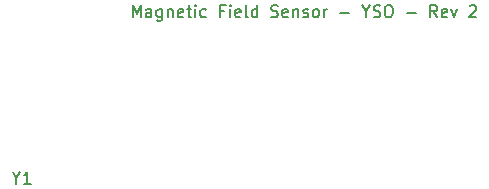
<source format=gbr>
%TF.GenerationSoftware,KiCad,Pcbnew,(5.1.5-0-10_14)*%
%TF.CreationDate,2021-01-27T12:26:26-07:00*%
%TF.ProjectId,FieldSensorYSO,4669656c-6453-4656-9e73-6f7259534f2e,2*%
%TF.SameCoordinates,Original*%
%TF.FileFunction,Legend,Top*%
%TF.FilePolarity,Positive*%
%FSLAX46Y46*%
G04 Gerber Fmt 4.6, Leading zero omitted, Abs format (unit mm)*
G04 Created by KiCad (PCBNEW (5.1.5-0-10_14)) date 2021-01-27 12:26:26*
%MOMM*%
%LPD*%
G04 APERTURE LIST*
%ADD10C,0.150000*%
G04 APERTURE END LIST*
D10*
X106476190Y-98452380D02*
X106476190Y-97452380D01*
X106809523Y-98166666D01*
X107142857Y-97452380D01*
X107142857Y-98452380D01*
X108047619Y-98452380D02*
X108047619Y-97928571D01*
X108000000Y-97833333D01*
X107904761Y-97785714D01*
X107714285Y-97785714D01*
X107619047Y-97833333D01*
X108047619Y-98404761D02*
X107952380Y-98452380D01*
X107714285Y-98452380D01*
X107619047Y-98404761D01*
X107571428Y-98309523D01*
X107571428Y-98214285D01*
X107619047Y-98119047D01*
X107714285Y-98071428D01*
X107952380Y-98071428D01*
X108047619Y-98023809D01*
X108952380Y-97785714D02*
X108952380Y-98595238D01*
X108904761Y-98690476D01*
X108857142Y-98738095D01*
X108761904Y-98785714D01*
X108619047Y-98785714D01*
X108523809Y-98738095D01*
X108952380Y-98404761D02*
X108857142Y-98452380D01*
X108666666Y-98452380D01*
X108571428Y-98404761D01*
X108523809Y-98357142D01*
X108476190Y-98261904D01*
X108476190Y-97976190D01*
X108523809Y-97880952D01*
X108571428Y-97833333D01*
X108666666Y-97785714D01*
X108857142Y-97785714D01*
X108952380Y-97833333D01*
X109428571Y-97785714D02*
X109428571Y-98452380D01*
X109428571Y-97880952D02*
X109476190Y-97833333D01*
X109571428Y-97785714D01*
X109714285Y-97785714D01*
X109809523Y-97833333D01*
X109857142Y-97928571D01*
X109857142Y-98452380D01*
X110714285Y-98404761D02*
X110619047Y-98452380D01*
X110428571Y-98452380D01*
X110333333Y-98404761D01*
X110285714Y-98309523D01*
X110285714Y-97928571D01*
X110333333Y-97833333D01*
X110428571Y-97785714D01*
X110619047Y-97785714D01*
X110714285Y-97833333D01*
X110761904Y-97928571D01*
X110761904Y-98023809D01*
X110285714Y-98119047D01*
X111047619Y-97785714D02*
X111428571Y-97785714D01*
X111190476Y-97452380D02*
X111190476Y-98309523D01*
X111238095Y-98404761D01*
X111333333Y-98452380D01*
X111428571Y-98452380D01*
X111761904Y-98452380D02*
X111761904Y-97785714D01*
X111761904Y-97452380D02*
X111714285Y-97500000D01*
X111761904Y-97547619D01*
X111809523Y-97500000D01*
X111761904Y-97452380D01*
X111761904Y-97547619D01*
X112666666Y-98404761D02*
X112571428Y-98452380D01*
X112380952Y-98452380D01*
X112285714Y-98404761D01*
X112238095Y-98357142D01*
X112190476Y-98261904D01*
X112190476Y-97976190D01*
X112238095Y-97880952D01*
X112285714Y-97833333D01*
X112380952Y-97785714D01*
X112571428Y-97785714D01*
X112666666Y-97833333D01*
X114190476Y-97928571D02*
X113857142Y-97928571D01*
X113857142Y-98452380D02*
X113857142Y-97452380D01*
X114333333Y-97452380D01*
X114714285Y-98452380D02*
X114714285Y-97785714D01*
X114714285Y-97452380D02*
X114666666Y-97500000D01*
X114714285Y-97547619D01*
X114761904Y-97500000D01*
X114714285Y-97452380D01*
X114714285Y-97547619D01*
X115571428Y-98404761D02*
X115476190Y-98452380D01*
X115285714Y-98452380D01*
X115190476Y-98404761D01*
X115142857Y-98309523D01*
X115142857Y-97928571D01*
X115190476Y-97833333D01*
X115285714Y-97785714D01*
X115476190Y-97785714D01*
X115571428Y-97833333D01*
X115619047Y-97928571D01*
X115619047Y-98023809D01*
X115142857Y-98119047D01*
X116190476Y-98452380D02*
X116095238Y-98404761D01*
X116047619Y-98309523D01*
X116047619Y-97452380D01*
X117000000Y-98452380D02*
X117000000Y-97452380D01*
X117000000Y-98404761D02*
X116904761Y-98452380D01*
X116714285Y-98452380D01*
X116619047Y-98404761D01*
X116571428Y-98357142D01*
X116523809Y-98261904D01*
X116523809Y-97976190D01*
X116571428Y-97880952D01*
X116619047Y-97833333D01*
X116714285Y-97785714D01*
X116904761Y-97785714D01*
X117000000Y-97833333D01*
X118190476Y-98404761D02*
X118333333Y-98452380D01*
X118571428Y-98452380D01*
X118666666Y-98404761D01*
X118714285Y-98357142D01*
X118761904Y-98261904D01*
X118761904Y-98166666D01*
X118714285Y-98071428D01*
X118666666Y-98023809D01*
X118571428Y-97976190D01*
X118380952Y-97928571D01*
X118285714Y-97880952D01*
X118238095Y-97833333D01*
X118190476Y-97738095D01*
X118190476Y-97642857D01*
X118238095Y-97547619D01*
X118285714Y-97500000D01*
X118380952Y-97452380D01*
X118619047Y-97452380D01*
X118761904Y-97500000D01*
X119571428Y-98404761D02*
X119476190Y-98452380D01*
X119285714Y-98452380D01*
X119190476Y-98404761D01*
X119142857Y-98309523D01*
X119142857Y-97928571D01*
X119190476Y-97833333D01*
X119285714Y-97785714D01*
X119476190Y-97785714D01*
X119571428Y-97833333D01*
X119619047Y-97928571D01*
X119619047Y-98023809D01*
X119142857Y-98119047D01*
X120047619Y-97785714D02*
X120047619Y-98452380D01*
X120047619Y-97880952D02*
X120095238Y-97833333D01*
X120190476Y-97785714D01*
X120333333Y-97785714D01*
X120428571Y-97833333D01*
X120476190Y-97928571D01*
X120476190Y-98452380D01*
X120904761Y-98404761D02*
X121000000Y-98452380D01*
X121190476Y-98452380D01*
X121285714Y-98404761D01*
X121333333Y-98309523D01*
X121333333Y-98261904D01*
X121285714Y-98166666D01*
X121190476Y-98119047D01*
X121047619Y-98119047D01*
X120952380Y-98071428D01*
X120904761Y-97976190D01*
X120904761Y-97928571D01*
X120952380Y-97833333D01*
X121047619Y-97785714D01*
X121190476Y-97785714D01*
X121285714Y-97833333D01*
X121904761Y-98452380D02*
X121809523Y-98404761D01*
X121761904Y-98357142D01*
X121714285Y-98261904D01*
X121714285Y-97976190D01*
X121761904Y-97880952D01*
X121809523Y-97833333D01*
X121904761Y-97785714D01*
X122047619Y-97785714D01*
X122142857Y-97833333D01*
X122190476Y-97880952D01*
X122238095Y-97976190D01*
X122238095Y-98261904D01*
X122190476Y-98357142D01*
X122142857Y-98404761D01*
X122047619Y-98452380D01*
X121904761Y-98452380D01*
X122666666Y-98452380D02*
X122666666Y-97785714D01*
X122666666Y-97976190D02*
X122714285Y-97880952D01*
X122761904Y-97833333D01*
X122857142Y-97785714D01*
X122952380Y-97785714D01*
X124047619Y-98071428D02*
X124809523Y-98071428D01*
X126238095Y-97976190D02*
X126238095Y-98452380D01*
X125904761Y-97452380D02*
X126238095Y-97976190D01*
X126571428Y-97452380D01*
X126857142Y-98404761D02*
X127000000Y-98452380D01*
X127238095Y-98452380D01*
X127333333Y-98404761D01*
X127380952Y-98357142D01*
X127428571Y-98261904D01*
X127428571Y-98166666D01*
X127380952Y-98071428D01*
X127333333Y-98023809D01*
X127238095Y-97976190D01*
X127047619Y-97928571D01*
X126952380Y-97880952D01*
X126904761Y-97833333D01*
X126857142Y-97738095D01*
X126857142Y-97642857D01*
X126904761Y-97547619D01*
X126952380Y-97500000D01*
X127047619Y-97452380D01*
X127285714Y-97452380D01*
X127428571Y-97500000D01*
X128047619Y-97452380D02*
X128238095Y-97452380D01*
X128333333Y-97500000D01*
X128428571Y-97595238D01*
X128476190Y-97785714D01*
X128476190Y-98119047D01*
X128428571Y-98309523D01*
X128333333Y-98404761D01*
X128238095Y-98452380D01*
X128047619Y-98452380D01*
X127952380Y-98404761D01*
X127857142Y-98309523D01*
X127809523Y-98119047D01*
X127809523Y-97785714D01*
X127857142Y-97595238D01*
X127952380Y-97500000D01*
X128047619Y-97452380D01*
X129666666Y-98071428D02*
X130428571Y-98071428D01*
X132238095Y-98452380D02*
X131904761Y-97976190D01*
X131666666Y-98452380D02*
X131666666Y-97452380D01*
X132047619Y-97452380D01*
X132142857Y-97500000D01*
X132190476Y-97547619D01*
X132238095Y-97642857D01*
X132238095Y-97785714D01*
X132190476Y-97880952D01*
X132142857Y-97928571D01*
X132047619Y-97976190D01*
X131666666Y-97976190D01*
X133047619Y-98404761D02*
X132952380Y-98452380D01*
X132761904Y-98452380D01*
X132666666Y-98404761D01*
X132619047Y-98309523D01*
X132619047Y-97928571D01*
X132666666Y-97833333D01*
X132761904Y-97785714D01*
X132952380Y-97785714D01*
X133047619Y-97833333D01*
X133095238Y-97928571D01*
X133095238Y-98023809D01*
X132619047Y-98119047D01*
X133428571Y-97785714D02*
X133666666Y-98452380D01*
X133904761Y-97785714D01*
X135000000Y-97547619D02*
X135047619Y-97500000D01*
X135142857Y-97452380D01*
X135380952Y-97452380D01*
X135476190Y-97500000D01*
X135523809Y-97547619D01*
X135571428Y-97642857D01*
X135571428Y-97738095D01*
X135523809Y-97880952D01*
X134952380Y-98452380D01*
X135571428Y-98452380D01*
%TO.C,Y1*%
X96623809Y-112076190D02*
X96623809Y-112552380D01*
X96290476Y-111552380D02*
X96623809Y-112076190D01*
X96957142Y-111552380D01*
X97814285Y-112552380D02*
X97242857Y-112552380D01*
X97528571Y-112552380D02*
X97528571Y-111552380D01*
X97433333Y-111695238D01*
X97338095Y-111790476D01*
X97242857Y-111838095D01*
%TD*%
M02*

</source>
